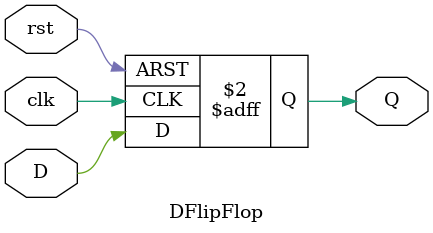
<source format=v>
`timescale 1ns / 1ps



module DFlipFlop
(input clk, input rst, input D, output reg Q);
always @ (posedge clk or posedge rst) 
if (rst) begin
Q <= 1'b0;
end else begin 
Q <= D;
end 
endmodule

</source>
